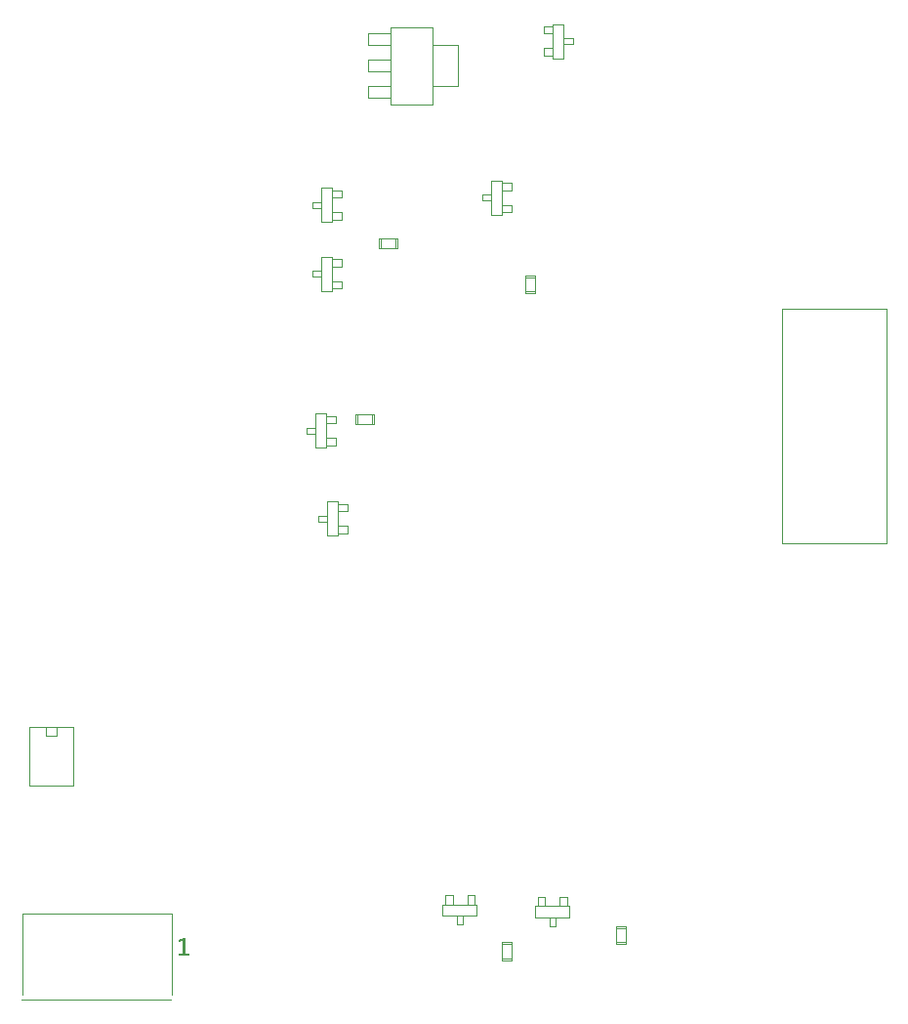
<source format=gm1>
G04*
G04 #@! TF.GenerationSoftware,Altium Limited,Altium Designer,21.0.8 (223)*
G04*
G04 Layer_Color=16711935*
%FSLAX24Y24*%
%MOIN*%
G70*
G04*
G04 #@! TF.SameCoordinates,97F8029C-931E-460D-85B7-1C51AEB28454*
G04*
G04*
G04 #@! TF.FilePolarity,Positive*
G04*
G01*
G75*
%ADD16C,0.0005*%
%ADD83C,0.0010*%
%ADD94C,0.0005*%
G36*
X11303Y2464D02*
X11309Y2463D01*
X11310D01*
X11313Y2463D01*
X11317Y2462D01*
X11321Y2460D01*
X11321Y2460D01*
X11323Y2459D01*
X11325Y2458D01*
X11327Y2456D01*
X11327Y2456D01*
X11328Y2454D01*
X11328Y2453D01*
Y2451D01*
Y1915D01*
X11440D01*
X11442Y1914D01*
X11445Y1913D01*
X11446Y1912D01*
X11447Y1911D01*
X11449Y1909D01*
X11451Y1906D01*
X11451Y1906D01*
X11452Y1904D01*
X11453Y1900D01*
X11454Y1896D01*
X11454Y1895D01*
X11455Y1893D01*
X11455Y1888D01*
Y1882D01*
Y1881D01*
Y1880D01*
Y1878D01*
Y1877D01*
X11455Y1871D01*
X11454Y1866D01*
Y1865D01*
X11453Y1863D01*
X11452Y1860D01*
X11450Y1857D01*
X11449Y1856D01*
X11448Y1855D01*
X11447Y1853D01*
X11445Y1852D01*
X11444D01*
X11442Y1851D01*
X11440Y1851D01*
X11438Y1850D01*
X11117D01*
X11115Y1851D01*
X11113Y1852D01*
X11113Y1852D01*
X11111Y1853D01*
X11110Y1854D01*
X11108Y1857D01*
X11107Y1857D01*
X11107Y1859D01*
X11105Y1863D01*
X11104Y1866D01*
Y1867D01*
Y1867D01*
X11103Y1871D01*
X11103Y1876D01*
Y1882D01*
Y1882D01*
Y1883D01*
Y1885D01*
Y1887D01*
X11103Y1892D01*
X11104Y1896D01*
Y1897D01*
X11104Y1898D01*
X11105Y1900D01*
X11106Y1903D01*
X11107Y1906D01*
X11108Y1907D01*
X11109Y1909D01*
X11110Y1911D01*
X11113Y1913D01*
X11113Y1913D01*
X11115Y1914D01*
X11117Y1914D01*
X11120Y1915D01*
X11247D01*
Y2379D01*
X11128Y2309D01*
X11128D01*
X11127Y2308D01*
X11123Y2306D01*
X11119Y2304D01*
X11114Y2303D01*
X11111D01*
X11108Y2303D01*
X11105Y2305D01*
X11105Y2305D01*
X11104Y2308D01*
X11102Y2311D01*
X11101Y2315D01*
Y2316D01*
Y2316D01*
X11101Y2318D01*
Y2320D01*
X11100Y2326D01*
Y2333D01*
Y2333D01*
Y2334D01*
Y2338D01*
Y2342D01*
X11101Y2346D01*
Y2347D01*
Y2347D01*
X11101Y2350D01*
X11102Y2353D01*
X11102Y2356D01*
X11103Y2357D01*
X11103Y2358D01*
X11107Y2363D01*
X11107Y2363D01*
X11109Y2364D01*
X11111Y2366D01*
X11114Y2368D01*
X11254Y2458D01*
X11255Y2459D01*
X11256Y2459D01*
X11259Y2460D01*
X11259D01*
X11261Y2461D01*
X11263Y2462D01*
X11266Y2463D01*
X11267D01*
X11269Y2463D01*
X11272Y2464D01*
X11277D01*
X11280Y2464D01*
X11297D01*
X11303Y2464D01*
D02*
G37*
D16*
X20200Y3600D02*
Y3900D01*
X20450D01*
Y3600D02*
Y3900D01*
X21200Y3600D02*
Y3900D01*
X20950D02*
X21200D01*
X20950Y3600D02*
Y3900D01*
X20600Y2900D02*
X20800D01*
X20600D02*
Y3200D01*
X20800Y2900D02*
Y3200D01*
X20109Y3203D02*
Y3597D01*
Y3203D02*
X21281D01*
X20109Y3597D02*
X21281D01*
Y3203D02*
Y3597D01*
X17575Y31106D02*
X18325D01*
X17575D02*
Y31506D01*
X18325D01*
X17575Y32006D02*
X18325D01*
X17575D02*
Y32406D01*
X18325D01*
X17575Y33306D02*
X18325D01*
X17575Y32906D02*
Y33306D01*
Y32906D02*
X18325D01*
X19775D02*
X20625D01*
Y31506D02*
Y32906D01*
X19775Y31506D02*
X20625D01*
X19775Y30880D02*
Y30956D01*
X18325Y30880D02*
X19775D01*
X18325D02*
Y33520D01*
X19775D01*
Y30906D02*
Y33520D01*
X22458Y1685D02*
Y2314D01*
X22457Y2315D02*
X22458Y2314D01*
X22142Y2315D02*
X22457D01*
X22142Y1685D02*
X22458D01*
X22142D02*
Y2315D01*
X22139Y1765D02*
X22459D01*
X22142Y2239D02*
X22459D01*
X22150Y28200D02*
X22450D01*
Y27950D02*
Y28200D01*
X22150Y27950D02*
X22450D01*
X22150Y27200D02*
X22450D01*
Y27450D01*
X22150D02*
X22450D01*
X21450Y27600D02*
Y27800D01*
X21750D01*
X21450Y27600D02*
X21750D01*
X21753Y28291D02*
X22147D01*
X21753Y27119D02*
Y28291D01*
X22147Y27119D02*
Y28291D01*
X21753Y27119D02*
X22147D01*
X17935Y25992D02*
X18564D01*
X18565Y25993D01*
Y26308D01*
X17935Y25992D02*
Y26308D01*
X18565D01*
X18015Y25991D02*
Y26311D01*
X18489Y25991D02*
Y26308D01*
X16350Y27950D02*
X16650D01*
Y27700D02*
Y27950D01*
X16350Y27700D02*
X16650D01*
X16350Y26950D02*
X16650D01*
Y27200D01*
X16350D02*
X16650D01*
X15650Y27350D02*
Y27550D01*
X15950D01*
X15650Y27350D02*
X15950D01*
X15953Y28041D02*
X16347D01*
X15953Y26869D02*
Y28041D01*
X16347Y26869D02*
Y28041D01*
X15953Y26869D02*
X16347D01*
X17136Y20308D02*
X17765D01*
X17135Y20307D02*
X17136Y20308D01*
X17135Y19992D02*
Y20307D01*
X17765Y19992D02*
Y20308D01*
X17135Y19992D02*
X17765D01*
X17685Y19989D02*
Y20309D01*
X17211Y19992D02*
Y20309D01*
X16150Y20250D02*
X16450D01*
Y20000D02*
Y20250D01*
X16150Y20000D02*
X16450D01*
X16150Y19250D02*
X16450D01*
Y19500D01*
X16150D02*
X16450D01*
X15450Y19650D02*
Y19850D01*
X15750D01*
X15450Y19650D02*
X15750D01*
X15753Y20341D02*
X16147D01*
X15753Y19169D02*
Y20341D01*
X16147Y19169D02*
Y20341D01*
X15753Y19169D02*
X16147D01*
X22942Y24436D02*
Y25065D01*
Y24436D02*
X22943Y24435D01*
X23258D01*
X22942Y25065D02*
X23258D01*
Y24435D02*
Y25065D01*
X22941Y24985D02*
X23261D01*
X22941Y24511D02*
X23258D01*
X23550Y32550D02*
X23850D01*
X23550D02*
Y32800D01*
X23850D01*
X23550Y33550D02*
X23850D01*
X23550Y33300D02*
Y33550D01*
Y33300D02*
X23850D01*
X24550Y32950D02*
Y33150D01*
X24250Y32950D02*
X24550D01*
X24250Y33150D02*
X24550D01*
X23853Y32459D02*
X24247D01*
Y33631D01*
X23853Y32459D02*
Y33631D01*
X24247D01*
X26358Y2235D02*
Y2864D01*
X26357Y2865D02*
X26358Y2864D01*
X26042Y2865D02*
X26357D01*
X26042Y2235D02*
X26358D01*
X26042D02*
Y2865D01*
X26039Y2315D02*
X26359D01*
X26042Y2789D02*
X26359D01*
X16350Y25600D02*
X16650D01*
Y25350D02*
Y25600D01*
X16350Y25350D02*
X16650D01*
X16350Y24600D02*
X16650D01*
Y24850D01*
X16350D02*
X16650D01*
X15650Y25000D02*
Y25200D01*
X15950D01*
X15650Y25000D02*
X15950D01*
X15953Y25691D02*
X16347D01*
X15953Y24519D02*
Y25691D01*
X16347Y24519D02*
Y25691D01*
X15953Y24519D02*
X16347D01*
X16550Y17250D02*
X16850D01*
Y17000D02*
Y17250D01*
X16550Y17000D02*
X16850D01*
X16550Y16250D02*
X16850D01*
Y16500D01*
X16550D02*
X16850D01*
X15850Y16650D02*
Y16850D01*
X16150D01*
X15850Y16650D02*
X16150D01*
X16153Y17341D02*
X16547D01*
X16153Y16169D02*
Y17341D01*
X16547Y16169D02*
Y17341D01*
X16153Y16169D02*
X16547D01*
X23350Y3550D02*
Y3850D01*
X23600D01*
Y3550D02*
Y3850D01*
X24350Y3550D02*
Y3850D01*
X24100D02*
X24350D01*
X24100Y3550D02*
Y3850D01*
X23750Y2850D02*
X23950D01*
X23750D02*
Y3150D01*
X23950Y2850D02*
Y3150D01*
X23259Y3153D02*
Y3547D01*
Y3153D02*
X24431D01*
X23259Y3547D02*
X24431D01*
Y3153D02*
Y3547D01*
D83*
X6550Y9350D02*
Y9650D01*
Y9350D02*
X6949D01*
Y9650D01*
X7500Y7650D02*
Y9650D01*
X6000Y7650D02*
X7500D01*
X6000D02*
Y9650D01*
X7500D01*
D94*
X31710Y15900D02*
X35260D01*
X31710Y23900D02*
X35260D01*
Y22400D02*
Y23900D01*
Y15900D02*
Y22400D01*
X31710Y15900D02*
Y23900D01*
X10850Y500D02*
Y3290D01*
X5750Y500D02*
Y3290D01*
X10850D01*
X5740Y350D02*
X10840D01*
M02*

</source>
